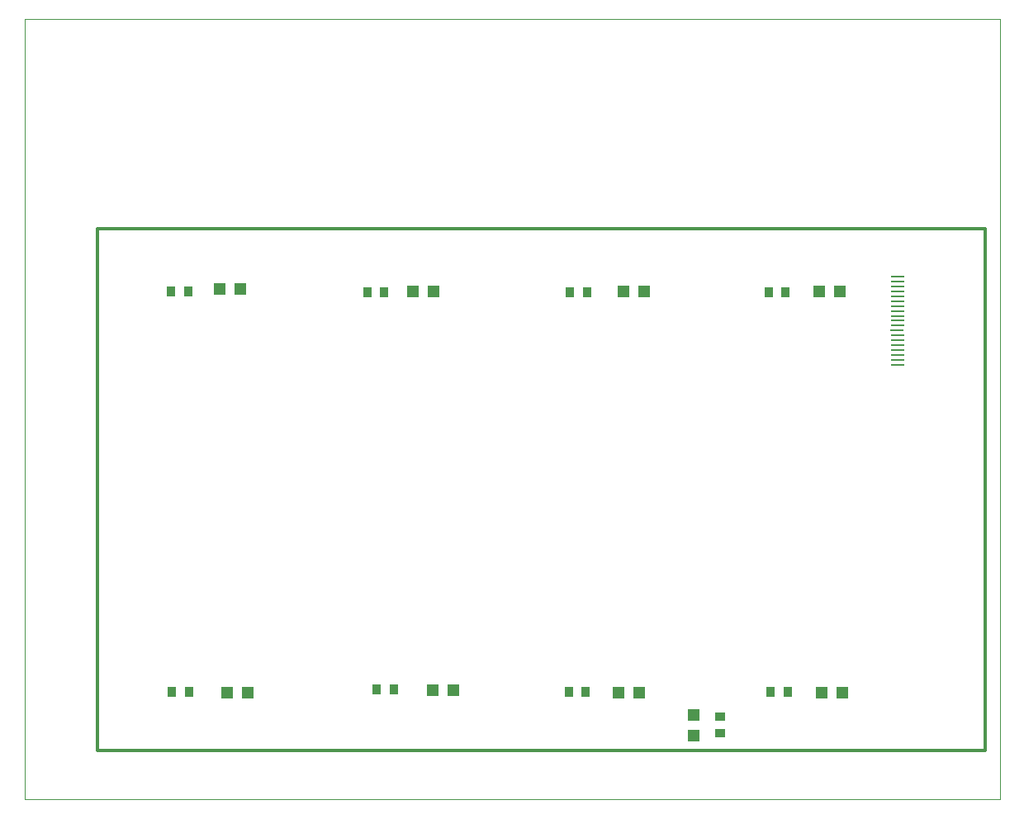
<source format=gtp>
G75*
%MOIN*%
%OFA0B0*%
%FSLAX24Y24*%
%IPPOS*%
%LPD*%
%AMOC8*
5,1,8,0,0,1.08239X$1,22.5*
%
%ADD10C,0.0000*%
%ADD11C,0.0120*%
%ADD12R,0.0520X0.0070*%
%ADD13R,0.0350X0.0420*%
%ADD14R,0.0420X0.0350*%
%ADD15R,0.0472X0.0472*%
D10*
X005620Y000100D02*
X005620Y031596D01*
X044990Y031596D01*
X044990Y000100D01*
X005620Y000100D01*
D11*
X008572Y002069D02*
X008572Y023131D01*
X044399Y023131D01*
X044399Y002069D01*
X008572Y002069D01*
D12*
X040859Y017657D03*
X040859Y017857D03*
X040859Y018057D03*
X040859Y018247D03*
X040859Y018447D03*
X040869Y018647D03*
X040859Y018837D03*
X040849Y019037D03*
X040869Y019237D03*
X040869Y019437D03*
X040859Y019627D03*
X040869Y019827D03*
X040869Y020017D03*
X040859Y020217D03*
X040859Y020417D03*
X040859Y020607D03*
X040859Y020807D03*
X040859Y021007D03*
X040869Y021207D03*
D13*
X036345Y020581D03*
X035665Y020581D03*
X028324Y020581D03*
X027644Y020581D03*
X020141Y020589D03*
X019461Y020589D03*
X012227Y020612D03*
X011547Y020612D03*
X011575Y004458D03*
X012255Y004458D03*
X019850Y004554D03*
X020530Y004554D03*
X027592Y004438D03*
X028272Y004438D03*
X035739Y004445D03*
X036419Y004445D03*
D14*
X033690Y003454D03*
X033690Y002774D03*
D15*
X032620Y002687D03*
X032620Y003513D03*
X030433Y004400D03*
X029606Y004400D03*
X022933Y004500D03*
X022106Y004500D03*
X014633Y004400D03*
X013806Y004400D03*
X021306Y020600D03*
X022133Y020600D03*
X029806Y020600D03*
X030633Y020600D03*
X037706Y020600D03*
X038533Y020600D03*
X038633Y004400D03*
X037806Y004400D03*
X014333Y020700D03*
X013506Y020700D03*
M02*

</source>
